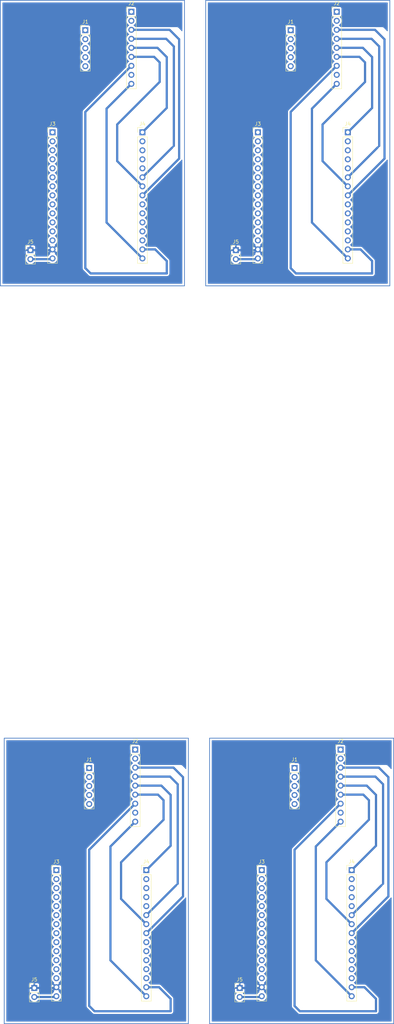
<source format=kicad_pcb>
(kicad_pcb (version 20241229) (generator "pcbnew") (generator_version "9.0")
  (layers (0 "F.Cu" signal) (2 "B.Cu" signal) (13 "F.Paste" user) (15 "B.Paste" user) (5 "F.SilkS" user "F.Silkscreen") (7 "B.SilkS" user "B.Silkscreen") (1 "F.Mask" user) (3 "B.Mask" user) (25 "Edge.Cuts" user))
  (net 0 "")
  (net 6 "Net-(J2-Pin_6)")
  (net 9 "Net-(J2-Pin_7)")
  (net 10 "Net-(J2-Pin_3)")
  (net 12 "Net-(J2-Pin_4)")
  (net 13 "Net-(J2-Pin_9)")
  (net 15 "GND")
  (net 17 "Net-(J3-Pin_15)")
  (net 38 "Net-(J2-Pin_5)")
  (footprint "Connector_PinHeader_2.54mm:PinHeader_1x09_P2.54mm_Vertical" (layer "F.Cu") (at 63.37 262.735)
    (property "Reference" "J2" (at 0 -2.38 0) (layer "F.SilkS"))
    (property "Value" "Conn_01x09_Socket" (hide yes))
    (fp_line (start -1.38 -1.38) (end 0 -1.38) (stroke (width 0.12)) (layer "F.SilkS") (net 1562677833))
    (fp_line (start -1.38 0) (end -1.38 -1.38) (stroke (width 0.12)) (layer "F.SilkS") (net 1562677833))
    (fp_line (start -1.38 1.27) (end -1.38 21.7) (stroke (width 0.12)) (layer "F.SilkS") (net 1562677833))
    (fp_line (start -1.38 1.27) (end 1.38 1.27) (stroke (width 0.12)) (layer "F.SilkS") (net 1562677833))
    (fp_line (start -1.38 21.7) (end 1.38 21.7) (stroke (width 0.12)) (layer "F.SilkS") (net 1562677833))
    (fp_line (start 1.38 1.27) (end 1.38 21.7) (stroke (width 0.12)) (layer "F.SilkS") (net 1562677833))
    (pad "1" thru_hole rect (at 0 0) (size 1.7 1.7) (drill 1) (layers "*.Cu" "*.Mask"))
    (pad "2" thru_hole circle (at 0 2.54) (size 1.7 1.7) (drill 1) (layers "*.Cu" "*.Mask"))
    (pad "3" thru_hole circle (at 0 5.08) (size 1.7 1.7) (drill 1) (layers "*.Cu" "*.Mask") (net 10 "Net-(J2-Pin_3)"))
    (pad "4" thru_hole circle (at 0 7.62) (size 1.7 1.7) (drill 1) (layers "*.Cu" "*.Mask") (net 12 "Net-(J2-Pin_4)"))
    (pad "5" thru_hole circle (at 0 10.16) (size 1.7 1.7) (drill 1) (layers "*.Cu" "*.Mask") (net 38 "Net-(J2-Pin_5)"))
    (pad "6" thru_hole circle (at 0 12.7) (size 1.7 1.7) (drill 1) (layers "*.Cu" "*.Mask") (net 6 "Net-(J2-Pin_6)"))
    (pad "7" thru_hole circle (at 0 15.24) (size 1.7 1.7) (drill 1) (layers "*.Cu" "*.Mask") (net 9 "Net-(J2-Pin_7)"))
    (pad "8" thru_hole circle (at 0 17.78) (size 1.7 1.7) (drill 1) (layers "*.Cu" "*.Mask"))
    (pad "9" thru_hole circle (at 0 20.32) (size 1.7 1.7) (drill 1) (layers "*.Cu" "*.Mask") (net 13 "Net-(J2-Pin_9)"))
  )
  (footprint "Connector_PinHeader_2.54mm:PinHeader_1x05_P2.54mm_Vertical" (layer "F.Cu") (at 107.275 59.885)
    (property "Reference" "J1" (at 0 -2.38 0) (layer "F.SilkS"))
    (property "Value" "Conn_01x05_Socket")
    (fp_line (start -1.38 -1.38) (end 0 -1.38) (stroke (width 0.12)) (layer "F.SilkS"))
    (fp_line (start -1.38 0) (end -1.38 -1.38) (stroke (width 0.12)) (layer "F.SilkS"))
    (fp_line (start -1.38 1.27) (end -1.38 11.54) (stroke (width 0.12)) (layer "F.SilkS"))
    (fp_line (start -1.38 1.27) (end 1.38 1.27) (stroke (width 0.12)) (layer "F.SilkS"))
    (fp_line (start -1.38 11.54) (end 1.38 11.54) (stroke (width 0.12)) (layer "F.SilkS"))
    (fp_line (start 1.38 1.27) (end 1.38 11.54) (stroke (width 0.12)) (layer "F.SilkS"))
    (pad "1" thru_hole rect (at 0 0) (size 1.7 1.7) (drill 1) (layers "*.Cu" "*.Mask"))
    (pad "2" thru_hole circle (at 0 2.54) (size 1.7 1.7) (drill 1) (layers "*.Cu" "*.Mask"))
    (pad "3" thru_hole circle (at 0 5.08) (size 1.7 1.7) (drill 1) (layers "*.Cu" "*.Mask"))
    (pad "4" thru_hole circle (at 0 7.62) (size 1.7 1.7) (drill 1) (layers "*.Cu" "*.Mask"))
    (pad "5" thru_hole circle (at 0 10.16) (size 1.7 1.7) (drill 1) (layers "*.Cu" "*.Mask"))
  )
  (footprint "Connector_PinHeader_2.54mm:PinHeader_1x05_P2.54mm_Vertical" (layer "F.Cu") (at 49.275 59.885)
    (property "Reference" "J1" (at 0 -2.38 0) (layer "F.SilkS"))
    (property "Value" "Conn_01x05_Socket")
    (fp_line (start -1.38 -1.38) (end 0 -1.38) (stroke (width 0.12)) (layer "F.SilkS"))
    (fp_line (start -1.38 0) (end -1.38 -1.38) (stroke (width 0.12)) (layer "F.SilkS"))
    (fp_line (start -1.38 1.27) (end -1.38 11.54) (stroke (width 0.12)) (layer "F.SilkS"))
    (fp_line (start -1.38 1.27) (end 1.38 1.27) (stroke (width 0.12)) (layer "F.SilkS"))
    (fp_line (start -1.38 11.54) (end 1.38 11.54) (stroke (width 0.12)) (layer "F.SilkS"))
    (fp_line (start 1.38 1.27) (end 1.38 11.54) (stroke (width 0.12)) (layer "F.SilkS"))
    (pad "1" thru_hole rect (at 0 0) (size 1.7 1.7) (drill 1) (layers "*.Cu" "*.Mask"))
    (pad "2" thru_hole circle (at 0 2.54) (size 1.7 1.7) (drill 1) (layers "*.Cu" "*.Mask"))
    (pad "3" thru_hole circle (at 0 5.08) (size 1.7 1.7) (drill 1) (layers "*.Cu" "*.Mask"))
    (pad "4" thru_hole circle (at 0 7.62) (size 1.7 1.7) (drill 1) (layers "*.Cu" "*.Mask"))
    (pad "5" thru_hole circle (at 0 10.16) (size 1.7 1.7) (drill 1) (layers "*.Cu" "*.Mask"))
  )
  (footprint "Connector_PinHeader_2.54mm:PinHeader_1x15_P2.54mm_Vertical" (layer "F.Cu") (at 65.405 88.68)
    (property "Reference" "J4" (at 0 -2.38 0) (layer "F.SilkS"))
    (property "Value" "Conn_01x15_Socket")
    (fp_line (start -1.38 -1.38) (end 0 -1.38) (stroke (width 0.12)) (layer "F.SilkS"))
    (fp_line (start -1.38 0) (end -1.38 -1.38) (stroke (width 0.12)) (layer "F.SilkS"))
    (fp_line (start -1.38 1.27) (end -1.38 36.94) (stroke (width 0.12)) (layer "F.SilkS"))
    (fp_line (start -1.38 1.27) (end 1.38 1.27) (stroke (width 0.12)) (layer "F.SilkS"))
    (fp_line (start -1.38 36.94) (end 1.38 36.94) (stroke (width 0.12)) (layer "F.SilkS"))
    (fp_line (start 1.38 1.27) (end 1.38 36.94) (stroke (width 0.12)) (layer "F.SilkS"))
    (pad "1" thru_hole rect (at 0 0) (size 1.7 1.7) (drill 1) (layers "*.Cu" "*.Mask") (net 38 "Net-(J2-Pin_5)"))
    (pad "2" thru_hole circle (at 0 2.54) (size 1.7 1.7) (drill 1) (layers "*.Cu" "*.Mask"))
    (pad "3" thru_hole circle (at 0 5.08) (size 1.7 1.7) (drill 1) (layers "*.Cu" "*.Mask"))
    (pad "4" thru_hole circle (at 0 7.62) (size 1.7 1.7) (drill 1) (layers "*.Cu" "*.Mask"))
    (pad "5" thru_hole circle (at 0 10.16) (size 1.7 1.7) (drill 1) (layers "*.Cu" "*.Mask"))
    (pad "6" thru_hole circle (at 0 12.7) (size 1.7 1.7) (drill 1) (layers "*.Cu" "*.Mask") (net 12 "Net-(J2-Pin_4)"))
    (pad "7" thru_hole circle (at 0 15.24) (size 1.7 1.7) (drill 1) (layers "*.Cu" "*.Mask") (net 6 "Net-(J2-Pin_6)"))
    (pad "8" thru_hole circle (at 0 17.78) (size 1.7 1.7) (drill 1) (layers "*.Cu" "*.Mask") (net 10 "Net-(J2-Pin_3)"))
    (pad "9" thru_hole circle (at 0 20.32) (size 1.7 1.7) (drill 1) (layers "*.Cu" "*.Mask"))
    (pad "10" thru_hole circle (at 0 22.86) (size 1.7 1.7) (drill 1) (layers "*.Cu" "*.Mask"))
    (pad "11" thru_hole circle (at 0 25.4) (size 1.7 1.7) (drill 1) (layers "*.Cu" "*.Mask"))
    (pad "12" thru_hole circle (at 0 27.94) (size 1.7 1.7) (drill 1) (layers "*.Cu" "*.Mask"))
    (pad "13" thru_hole circle (at 0 30.48) (size 1.7 1.7) (drill 1) (layers "*.Cu" "*.Mask"))
    (pad "14" thru_hole circle (at 0 33.02) (size 1.7 1.7) (drill 1) (layers "*.Cu" "*.Mask") (net 9 "Net-(J2-Pin_7)"))
    (pad "15" thru_hole circle (at 0 35.56) (size 1.7 1.7) (drill 1) (layers "*.Cu" "*.Mask") (net 13 "Net-(J2-Pin_9)"))
  )
  (footprint "Connector_PinHeader_2.54mm:PinHeader_1x05_P2.54mm_Vertical" (layer "F.Cu") (at 108.37 267.925)
    (property "Reference" "J1" (at 0 -2.38 0) (layer "F.SilkS"))
    (property "Value" "Conn_01x05_Socket")
    (fp_line (start -1.38 -1.38) (end 0 -1.38) (stroke (width 0.12)) (layer "F.SilkS") (net 1562677833))
    (fp_line (start -1.38 0) (end -1.38 -1.38) (stroke (width 0.12)) (layer "F.SilkS") (net 1562677833))
    (fp_line (start -1.38 1.27) (end -1.38 11.54) (stroke (width 0.12)) (layer "F.SilkS") (net 1562677833))
    (fp_line (start -1.38 1.27) (end 1.38 1.27) (stroke (width 0.12)) (layer "F.SilkS") (net 1562677833))
    (fp_line (start -1.38 11.54) (end 1.38 11.54) (stroke (width 0.12)) (layer "F.SilkS") (net 1562677833))
    (fp_line (start 1.38 1.27) (end 1.38 11.54) (stroke (width 0.12)) (layer "F.SilkS") (net 1562677833))
    (pad "1" thru_hole rect (at 0 0) (size 1.7 1.7) (drill 1) (layers "*.Cu" "*.Mask"))
    (pad "2" thru_hole circle (at 0 2.54) (size 1.7 1.7) (drill 1) (layers "*.Cu" "*.Mask"))
    (pad "3" thru_hole circle (at 0 5.08) (size 1.7 1.7) (drill 1) (layers "*.Cu" "*.Mask"))
    (pad "4" thru_hole circle (at 0 7.62) (size 1.7 1.7) (drill 1) (layers "*.Cu" "*.Mask"))
    (pad "5" thru_hole circle (at 0 10.16) (size 1.7 1.7) (drill 1) (layers "*.Cu" "*.Mask"))
  )
  (footprint "Connector_PinHeader_2.54mm:PinHeader_1x15_P2.54mm_Vertical" (layer "F.Cu") (at 41.1 296.72)
    (property "Reference" "J3" (at 0 -2.38 0) (layer "F.SilkS"))
    (property "Value" "Conn_01x15_Socket")
    (fp_line (start -1.38 -1.38) (end 0 -1.38) (stroke (width 0.12)) (layer "F.SilkS") (net 1562677833))
    (fp_line (start -1.38 0) (end -1.38 -1.38) (stroke (width 0.12)) (layer "F.SilkS") (net 1562677833))
    (fp_line (start -1.38 1.27) (end -1.38 36.94) (stroke (width 0.12)) (layer "F.SilkS") (net 1562677833))
    (fp_line (start -1.38 1.27) (end 1.38 1.27) (stroke (width 0.12)) (layer "F.SilkS") (net 1562677833))
    (fp_line (start -1.38 36.94) (end 1.38 36.94) (stroke (width 0.12)) (layer "F.SilkS") (net 1562677833))
    (fp_line (start 1.38 1.27) (end 1.38 36.94) (stroke (width 0.12)) (layer "F.SilkS") (net 1562677833))
    (pad "1" thru_hole rect (at 0 0) (size 1.7 1.7) (drill 1) (layers "*.Cu" "*.Mask"))
    (pad "2" thru_hole circle (at 0 2.54) (size 1.7 1.7) (drill 1) (layers "*.Cu" "*.Mask"))
    (pad "3" thru_hole circle (at 0 5.08) (size 1.7 1.7) (drill 1) (layers "*.Cu" "*.Mask"))
    (pad "4" thru_hole circle (at 0 7.62) (size 1.7 1.7) (drill 1) (layers "*.Cu" "*.Mask"))
    (pad "5" thru_hole circle (at 0 10.16) (size 1.7 1.7) (drill 1) (layers "*.Cu" "*.Mask"))
    (pad "6" thru_hole circle (at 0 12.7) (size 1.7 1.7) (drill 1) (layers "*.Cu" "*.Mask"))
    (pad "7" thru_hole circle (at 0 15.24) (size 1.7 1.7) (drill 1) (layers "*.Cu" "*.Mask"))
    (pad "8" thru_hole circle (at 0 17.78) (size 1.7 1.7) (drill 1) (layers "*.Cu" "*.Mask"))
    (pad "9" thru_hole circle (at 0 20.32) (size 1.7 1.7) (drill 1) (layers "*.Cu" "*.Mask"))
    (pad "10" thru_hole circle (at 0 22.86) (size 1.7 1.7) (drill 1) (layers "*.Cu" "*.Mask"))
    (pad "11" thru_hole circle (at 0 25.4) (size 1.7 1.7) (drill 1) (layers "*.Cu" "*.Mask"))
    (pad "12" thru_hole circle (at 0 27.94) (size 1.7 1.7) (drill 1) (layers "*.Cu" "*.Mask"))
    (pad "13" thru_hole circle (at 0 30.48) (size 1.7 1.7) (drill 1) (layers "*.Cu" "*.Mask"))
    (pad "14" thru_hole circle (at 0 33.02) (size 1.7 1.7) (drill 1) (layers "*.Cu" "*.Mask") (net 15 "GND"))
    (pad "15" thru_hole circle (at 0 35.56) (size 1.7 1.7) (drill 1) (layers "*.Cu" "*.Mask") (net 17 "Net-(J3-Pin_15)"))
  )
  (footprint "Connector_PinHeader_2.54mm:PinHeader_1x09_P2.54mm_Vertical" (layer "F.Cu") (at 121.37 262.735)
    (property "Reference" "J2" (at 0 -2.38 0) (layer "F.SilkS"))
    (property "Value" "Conn_01x09_Socket" (hide yes))
    (fp_line (start -1.38 -1.38) (end 0 -1.38) (stroke (width 0.12)) (layer "F.SilkS") (net 1562677833))
    (fp_line (start -1.38 0) (end -1.38 -1.38) (stroke (width 0.12)) (layer "F.SilkS") (net 1562677833))
    (fp_line (start -1.38 1.27) (end -1.38 21.7) (stroke (width 0.12)) (layer "F.SilkS") (net 1562677833))
    (fp_line (start -1.38 1.27) (end 1.38 1.27) (stroke (width 0.12)) (layer "F.SilkS") (net 1562677833))
    (fp_line (start -1.38 21.7) (end 1.38 21.7) (stroke (width 0.12)) (layer "F.SilkS") (net 1562677833))
    (fp_line (start 1.38 1.27) (end 1.38 21.7) (stroke (width 0.12)) (layer "F.SilkS") (net 1562677833))
    (pad "1" thru_hole rect (at 0 0) (size 1.7 1.7) (drill 1) (layers "*.Cu" "*.Mask"))
    (pad "2" thru_hole circle (at 0 2.54) (size 1.7 1.7) (drill 1) (layers "*.Cu" "*.Mask"))
    (pad "3" thru_hole circle (at 0 5.08) (size 1.7 1.7) (drill 1) (layers "*.Cu" "*.Mask") (net 10 "Net-(J2-Pin_3)"))
    (pad "4" thru_hole circle (at 0 7.62) (size 1.7 1.7) (drill 1) (layers "*.Cu" "*.Mask") (net 12 "Net-(J2-Pin_4)"))
    (pad "5" thru_hole circle (at 0 10.16) (size 1.7 1.7) (drill 1) (layers "*.Cu" "*.Mask") (net 38 "Net-(J2-Pin_5)"))
    (pad "6" thru_hole circle (at 0 12.7) (size 1.7 1.7) (drill 1) (layers "*.Cu" "*.Mask") (net 6 "Net-(J2-Pin_6)"))
    (pad "7" thru_hole circle (at 0 15.24) (size 1.7 1.7) (drill 1) (layers "*.Cu" "*.Mask") (net 9 "Net-(J2-Pin_7)"))
    (pad "8" thru_hole circle (at 0 17.78) (size 1.7 1.7) (drill 1) (layers "*.Cu" "*.Mask"))
    (pad "9" thru_hole circle (at 0 20.32) (size 1.7 1.7) (drill 1) (layers "*.Cu" "*.Mask") (net 13 "Net-(J2-Pin_9)"))
  )
  (footprint "Connector_PinHeader_2.54mm:PinHeader_1x15_P2.54mm_Vertical" (layer "F.Cu") (at 66.5 296.72)
    (property "Reference" "J4" (at 0 -2.38 0) (layer "F.SilkS"))
    (property "Value" "Conn_01x15_Socket")
    (fp_line (start -1.38 -1.38) (end 0 -1.38) (stroke (width 0.12)) (layer "F.SilkS") (net 1562677833))
    (fp_line (start -1.38 0) (end -1.38 -1.38) (stroke (width 0.12)) (layer "F.SilkS") (net 1562677833))
    (fp_line (start -1.38 1.27) (end -1.38 36.94) (stroke (width 0.12)) (layer "F.SilkS") (net 1562677833))
    (fp_line (start -1.38 1.27) (end 1.38 1.27) (stroke (width 0.12)) (layer "F.SilkS") (net 1562677833))
    (fp_line (start -1.38 36.94) (end 1.38 36.94) (stroke (width 0.12)) (layer "F.SilkS") (net 1562677833))
    (fp_line (start 1.38 1.27) (end 1.38 36.94) (stroke (width 0.12)) (layer "F.SilkS") (net 1562677833))
    (pad "1" thru_hole rect (at 0 0) (size 1.7 1.7) (drill 1) (layers "*.Cu" "*.Mask") (net 38 "Net-(J2-Pin_5)"))
    (pad "2" thru_hole circle (at 0 2.54) (size 1.7 1.7) (drill 1) (layers "*.Cu" "*.Mask"))
    (pad "3" thru_hole circle (at 0 5.08) (size 1.7 1.7) (drill 1) (layers "*.Cu" "*.Mask"))
    (pad "4" thru_hole circle (at 0 7.62) (size 1.7 1.7) (drill 1) (layers "*.Cu" "*.Mask"))
    (pad "5" thru_hole circle (at 0 10.16) (size 1.7 1.7) (drill 1) (layers "*.Cu" "*.Mask"))
    (pad "6" thru_hole circle (at 0 12.7) (size 1.7 1.7) (drill 1) (layers "*.Cu" "*.Mask") (net 12 "Net-(J2-Pin_4)"))
    (pad "7" thru_hole circle (at 0 15.24) (size 1.7 1.7) (drill 1) (layers "*.Cu" "*.Mask") (net 6 "Net-(J2-Pin_6)"))
    (pad "8" thru_hole circle (at 0 17.78) (size 1.7 1.7) (drill 1) (layers "*.Cu" "*.Mask") (net 10 "Net-(J2-Pin_3)"))
    (pad "9" thru_hole circle (at 0 20.32) (size 1.7 1.7) (drill 1) (layers "*.Cu" "*.Mask"))
    (pad "10" thru_hole circle (at 0 22.86) (size 1.7 1.7) (drill 1) (layers "*.Cu" "*.Mask"))
    (pad "11" thru_hole circle (at 0 25.4) (size 1.7 1.7) (drill 1) (layers "*.Cu" "*.Mask"))
    (pad "12" thru_hole circle (at 0 27.94) (size 1.7 1.7) (drill 1) (layers "*.Cu" "*.Mask"))
    (pad "13" thru_hole circle (at 0 30.48) (size 1.7 1.7) (drill 1) (layers "*.Cu" "*.Mask"))
    (pad "14" thru_hole circle (at 0 33.02) (size 1.7 1.7) (drill 1) (layers "*.Cu" "*.Mask") (net 9 "Net-(J2-Pin_7)"))
    (pad "15" thru_hole circle (at 0 35.56) (size 1.7 1.7) (drill 1) (layers "*.Cu" "*.Mask") (net 13 "Net-(J2-Pin_9)"))
  )
  (footprint "Connector_PinHeader_2.54mm:PinHeader_1x02_P2.54mm_Vertical" (layer "F.Cu") (at 34.87 329.96)
    (property "Reference" "J5" (at 0 -2.38 0) (layer "F.SilkS"))
    (property "Value" "Conn_01x02_Pin")
    (fp_line (start -1.38 -1.38) (end 0 -1.38) (stroke (width 0.12)) (layer "F.SilkS") (net 1562677833))
    (fp_line (start -1.38 0) (end -1.38 -1.38) (stroke (width 0.12)) (layer "F.SilkS") (net 1562677833))
    (fp_line (start -1.38 1.27) (end -1.38 3.92) (stroke (width 0.12)) (layer "F.SilkS") (net 1562677833))
    (fp_line (start -1.38 1.27) (end 1.38 1.27) (stroke (width 0.12)) (layer "F.SilkS") (net 1562677833))
    (fp_line (start -1.38 3.92) (end 1.38 3.92) (stroke (width 0.12)) (layer "F.SilkS") (net 1562677833))
    (fp_line (start 1.38 1.27) (end 1.38 3.92) (stroke (width 0.12)) (layer "F.SilkS") (net 1562677833))
    (pad "1" thru_hole rect (at 0 0) (size 1.7 1.7) (drill 1) (layers "*.Cu" "*.Mask") (net 15 "GND"))
    (pad "2" thru_hole circle (at 0 2.54) (size 1.7 1.7) (drill 1) (layers "*.Cu" "*.Mask") (net 17 "Net-(J3-Pin_15)"))
  )
  (footprint "Connector_PinHeader_2.54mm:PinHeader_1x09_P2.54mm_Vertical" (layer "F.Cu") (at 62.275 54.695)
    (property "Reference" "J2" (at 0 -2.38 0) (layer "F.SilkS"))
    (property "Value" "Conn_01x09_Socket" (hide yes))
    (fp_line (start -1.38 -1.38) (end 0 -1.38) (stroke (width 0.12)) (layer "F.SilkS"))
    (fp_line (start -1.38 0) (end -1.38 -1.38) (stroke (width 0.12)) (layer "F.SilkS"))
    (fp_line (start -1.38 1.27) (end -1.38 21.7) (stroke (width 0.12)) (layer "F.SilkS"))
    (fp_line (start -1.38 1.27) (end 1.38 1.27) (stroke (width 0.12)) (layer "F.SilkS"))
    (fp_line (start -1.38 21.7) (end 1.38 21.7) (stroke (width 0.12)) (layer "F.SilkS"))
    (fp_line (start 1.38 1.27) (end 1.38 21.7) (stroke (width 0.12)) (layer "F.SilkS"))
    (pad "1" thru_hole rect (at 0 0) (size 1.7 1.7) (drill 1) (layers "*.Cu" "*.Mask"))
    (pad "2" thru_hole circle (at 0 2.54) (size 1.7 1.7) (drill 1) (layers "*.Cu" "*.Mask"))
    (pad "3" thru_hole circle (at 0 5.08) (size 1.7 1.7) (drill 1) (layers "*.Cu" "*.Mask") (net 10 "Net-(J2-Pin_3)"))
    (pad "4" thru_hole circle (at 0 7.62) (size 1.7 1.7) (drill 1) (layers "*.Cu" "*.Mask") (net 12 "Net-(J2-Pin_4)"))
    (pad "5" thru_hole circle (at 0 10.16) (size 1.7 1.7) (drill 1) (layers "*.Cu" "*.Mask") (net 38 "Net-(J2-Pin_5)"))
    (pad "6" thru_hole circle (at 0 12.7) (size 1.7 1.7) (drill 1) (layers "*.Cu" "*.Mask") (net 6 "Net-(J2-Pin_6)"))
    (pad "7" thru_hole circle (at 0 15.24) (size 1.7 1.7) (drill 1) (layers "*.Cu" "*.Mask") (net 9 "Net-(J2-Pin_7)"))
    (pad "8" thru_hole circle (at 0 17.78) (size 1.7 1.7) (drill 1) (layers "*.Cu" "*.Mask"))
    (pad "9" thru_hole circle (at 0 20.32) (size 1.7 1.7) (drill 1) (layers "*.Cu" "*.Mask") (net 13 "Net-(J2-Pin_9)"))
  )
  (footprint "Connector_PinHeader_2.54mm:PinHeader_1x15_P2.54mm_Vertical" (layer "F.Cu") (at 40.005 88.68)
    (property "Reference" "J3" (at 0 -2.38 0) (layer "F.SilkS"))
    (property "Value" "Conn_01x15_Socket")
    (fp_line (start -1.38 -1.38) (end 0 -1.38) (stroke (width 0.12)) (layer "F.SilkS"))
    (fp_line (start -1.38 0) (end -1.38 -1.38) (stroke (width 0.12)) (layer "F.SilkS"))
    (fp_line (start -1.38 1.27) (end -1.38 36.94) (stroke (width 0.12)) (layer "F.SilkS"))
    (fp_line (start -1.38 1.27) (end 1.38 1.27) (stroke (width 0.12)) (layer "F.SilkS"))
    (fp_line (start -1.38 36.94) (end 1.38 36.94) (stroke (width 0.12)) (layer "F.SilkS"))
    (fp_line (start 1.38 1.27) (end 1.38 36.94) (stroke (width 0.12)) (layer "F.SilkS"))
    (pad "1" thru_hole rect (at 0 0) (size 1.7 1.7) (drill 1) (layers "*.Cu" "*.Mask"))
    (pad "2" thru_hole circle (at 0 2.54) (size 1.7 1.7) (drill 1) (layers "*.Cu" "*.Mask"))
    (pad "3" thru_hole circle (at 0 5.08) (size 1.7 1.7) (drill 1) (layers "*.Cu" "*.Mask"))
    (pad "4" thru_hole circle (at 0 7.62) (size 1.7 1.7) (drill 1) (layers "*.Cu" "*.Mask"))
    (pad "5" thru_hole circle (at 0 10.16) (size 1.7 1.7) (drill 1) (layers "*.Cu" "*.Mask"))
    (pad "6" thru_hole circle (at 0 12.7) (size 1.7 1.7) (drill 1) (layers "*.Cu" "*.Mask"))
    (pad "7" thru_hole circle (at 0 15.24) (size 1.7 1.7) (drill 1) (layers "*.Cu" "*.Mask"))
    (pad "8" thru_hole circle (at 0 17.78) (size 1.7 1.7) (drill 1) (layers "*.Cu" "*.Mask"))
    (pad "9" thru_hole circle (at 0 20.32) (size 1.7 1.7) (drill 1) (layers "*.Cu" "*.Mask"))
    (pad "10" thru_hole circle (at 0 22.86) (size 1.7 1.7) (drill 1) (layers "*.Cu" "*.Mask"))
    (pad "11" thru_hole circle (at 0 25.4) (size 1.7 1.7) (drill 1) (layers "*.Cu" "*.Mask"))
    (pad "12" thru_hole circle (at 0 27.94) (size 1.7 1.7) (drill 1) (layers "*.Cu" "*.Mask"))
    (pad "13" thru_hole circle (at 0 30.48) (size 1.7 1.7) (drill 1) (layers "*.Cu" "*.Mask"))
    (pad "14" thru_hole circle (at 0 33.02) (size 1.7 1.7) (drill 1) (layers "*.Cu" "*.Mask") (net 15 "GND"))
    (pad "15" thru_hole circle (at 0 35.56) (size 1.7 1.7) (drill 1) (layers "*.Cu" "*.Mask") (net 17 "Net-(J3-Pin_15)"))
  )
  (footprint "Connector_PinHeader_2.54mm:PinHeader_1x15_P2.54mm_Vertical" (layer "F.Cu") (at 123.405 88.68)
    (property "Reference" "J4" (at 0 -2.38 0) (layer "F.SilkS"))
    (property "Value" "Conn_01x15_Socket")
    (fp_line (start -1.38 -1.38) (end 0 -1.38) (stroke (width 0.12)) (layer "F.SilkS"))
    (fp_line (start -1.38 0) (end -1.38 -1.38) (stroke (width 0.12)) (layer "F.SilkS"))
    (fp_line (start -1.38 1.27) (end -1.38 36.94) (stroke (width 0.12)) (layer "F.SilkS"))
    (fp_line (start -1.38 1.27) (end 1.38 1.27) (stroke (width 0.12)) (layer "F.SilkS"))
    (fp_line (start -1.38 36.94) (end 1.38 36.94) (stroke (width 0.12)) (layer "F.SilkS"))
    (fp_line (start 1.38 1.27) (end 1.38 36.94) (stroke (width 0.12)) (layer "F.SilkS"))
    (pad "1" thru_hole rect (at 0 0) (size 1.7 1.7) (drill 1) (layers "*.Cu" "*.Mask") (net 38 "Net-(J2-Pin_5)"))
    (pad "2" thru_hole circle (at 0 2.54) (size 1.7 1.7) (drill 1) (layers "*.Cu" "*.Mask"))
    (pad "3" thru_hole circle (at 0 5.08) (size 1.7 1.7) (drill 1) (layers "*.Cu" "*.Mask"))
    (pad "4" thru_hole circle (at 0 7.62) (size 1.7 1.7) (drill 1) (layers "*.Cu" "*.Mask"))
    (pad "5" thru_hole circle (at 0 10.16) (size 1.7 1.7) (drill 1) (layers "*.Cu" "*.Mask"))
    (pad "6" thru_hole circle (at 0 12.7) (size 1.7 1.7) (drill 1) (layers "*.Cu" "*.Mask") (net 12 "Net-(J2-Pin_4)"))
    (pad "7" thru_hole circle (at 0 15.24) (size 1.7 1.7) (drill 1) (layers "*.Cu" "*.Mask") (net 6 "Net-(J2-Pin_6)"))
    (pad "8" thru_hole circle (at 0 17.78) (size 1.7 1.7) (drill 1) (layers "*.Cu" "*.Mask") (net 10 "Net-(J2-Pin_3)"))
    (pad "9" thru_hole circle (at 0 20.32) (size 1.7 1.7) (drill 1) (layers "*.Cu" "*.Mask"))
    (pad "10" thru_hole circle (at 0 22.86) (size 1.7 1.7) (drill 1) (layers "*.Cu" "*.Mask"))
    (pad "11" thru_hole circle (at 0 25.4) (size 1.7 1.7) (drill 1) (layers "*.Cu" "*.Mask"))
    (pad "12" thru_hole circle (at 0 27.94) (size 1.7 1.7) (drill 1) (layers "*.Cu" "*.Mask"))
    (pad "13" thru_hole circle (at 0 30.48) (size 1.7 1.7) (drill 1) (layers "*.Cu" "*.Mask"))
    (pad "14" thru_hole circle (at 0 33.02) (size 1.7 1.7) (drill 1) (layers "*.Cu" "*.Mask") (net 9 "Net-(J2-Pin_7)"))
    (pad "15" thru_hole circle (at 0 35.56) (size 1.7 1.7) (drill 1) (layers "*.Cu" "*.Mask") (net 13 "Net-(J2-Pin_9)"))
  )
  (footprint "Connector_PinHeader_2.54mm:PinHeader_1x02_P2.54mm_Vertical" (layer "F.Cu") (at 33.775 121.92)
    (property "Reference" "J5" (at 0 -2.38 0) (layer "F.SilkS"))
    (property "Value" "Conn_01x02_Pin")
    (fp_line (start -1.38 -1.38) (end 0 -1.38) (stroke (width 0.12)) (layer "F.SilkS"))
    (fp_line (start -1.38 0) (end -1.38 -1.38) (stroke (width 0.12)) (layer "F.SilkS"))
    (fp_line (start -1.38 1.27) (end -1.38 3.92) (stroke (width 0.12)) (layer "F.SilkS"))
    (fp_line (start -1.38 1.27) (end 1.38 1.27) (stroke (width 0.12)) (layer "F.SilkS"))
    (fp_line (start -1.38 3.92) (end 1.38 3.92) (stroke (width 0.12)) (layer "F.SilkS"))
    (fp_line (start 1.38 1.27) (end 1.38 3.92) (stroke (width 0.12)) (layer "F.SilkS"))
    (pad "1" thru_hole rect (at 0 0) (size 1.7 1.7) (drill 1) (layers "*.Cu" "*.Mask") (net 15 "GND"))
    (pad "2" thru_hole circle (at 0 2.54) (size 1.7 1.7) (drill 1) (layers "*.Cu" "*.Mask") (net 17 "Net-(J3-Pin_15)"))
  )
  (footprint "Connector_PinHeader_2.54mm:PinHeader_1x02_P2.54mm_Vertical" (layer "F.Cu") (at 91.775 121.92)
    (property "Reference" "J5" (at 0 -2.38 0) (layer "F.SilkS"))
    (property "Value" "Conn_01x02_Pin")
    (fp_line (start -1.38 -1.38) (end 0 -1.38) (stroke (width 0.12)) (layer "F.SilkS"))
    (fp_line (start -1.38 0) (end -1.38 -1.38) (stroke (width 0.12)) (layer "F.SilkS"))
    (fp_line (start -1.38 1.27) (end -1.38 3.92) (stroke (width 0.12)) (layer "F.SilkS"))
    (fp_line (start -1.38 1.27) (end 1.38 1.27) (stroke (width 0.12)) (layer "F.SilkS"))
    (fp_line (start -1.38 3.92) (end 1.38 3.92) (stroke (width 0.12)) (layer "F.SilkS"))
    (fp_line (start 1.38 1.27) (end 1.38 3.92) (stroke (width 0.12)) (layer "F.SilkS"))
    (pad "1" thru_hole rect (at 0 0) (size 1.7 1.7) (drill 1) (layers "*.Cu" "*.Mask") (net 15 "GND"))
    (pad "2" thru_hole circle (at 0 2.54) (size 1.7 1.7) (drill 1) (layers "*.Cu" "*.Mask") (net 17 "Net-(J3-Pin_15)"))
  )
  (footprint "Connector_PinHeader_2.54mm:PinHeader_1x02_P2.54mm_Vertical" (layer "F.Cu") (at 92.87 329.96)
    (property "Reference" "J5" (at 0 -2.38 0) (layer "F.SilkS"))
    (property "Value" "Conn_01x02_Pin")
    (fp_line (start -1.38 -1.38) (end 0 -1.38) (stroke (width 0.12)) (layer "F.SilkS") (net 1562677833))
    (fp_line (start -1.38 0) (end -1.38 -1.38) (stroke (width 0.12)) (layer "F.SilkS") (net 1562677833))
    (fp_line (start -1.38 1.27) (end -1.38 3.92) (stroke (width 0.12)) (layer "F.SilkS") (net 1562677833))
    (fp_line (start -1.38 1.27) (end 1.38 1.27) (stroke (width 0.12)) (layer "F.SilkS") (net 1562677833))
    (fp_line (start -1.38 3.92) (end 1.38 3.92) (stroke (width 0.12)) (layer "F.SilkS") (net 1562677833))
    (fp_line (start 1.38 1.27) (end 1.38 3.92) (stroke (width 0.12)) (layer "F.SilkS") (net 1562677833))
    (pad "1" thru_hole rect (at 0 0) (size 1.7 1.7) (drill 1) (layers "*.Cu" "*.Mask") (net 15 "GND"))
    (pad "2" thru_hole circle (at 0 2.54) (size 1.7 1.7) (drill 1) (layers "*.Cu" "*.Mask") (net 17 "Net-(J3-Pin_15)"))
  )
  (footprint "Connector_PinHeader_2.54mm:PinHeader_1x09_P2.54mm_Vertical" (layer "F.Cu") (at 120.275 54.695)
    (property "Reference" "J2" (at 0 -2.38 0) (layer "F.SilkS"))
    (property "Value" "Conn_01x09_Socket" (hide yes))
    (fp_line (start -1.38 -1.38) (end 0 -1.38) (stroke (width 0.12)) (layer "F.SilkS"))
    (fp_line (start -1.38 0) (end -1.38 -1.38) (stroke (width 0.12)) (layer "F.SilkS"))
    (fp_line (start -1.38 1.27) (end -1.38 21.7) (stroke (width 0.12)) (layer "F.SilkS"))
    (fp_line (start -1.38 1.27) (end 1.38 1.27) (stroke (width 0.12)) (layer "F.SilkS"))
    (fp_line (start -1.38 21.7) (end 1.38 21.7) (stroke (width 0.12)) (layer "F.SilkS"))
    (fp_line (start 1.38 1.27) (end 1.38 21.7) (stroke (width 0.12)) (layer "F.SilkS"))
    (pad "1" thru_hole rect (at 0 0) (size 1.7 1.7) (drill 1) (layers "*.Cu" "*.Mask"))
    (pad "2" thru_hole circle (at 0 2.54) (size 1.7 1.7) (drill 1) (layers "*.Cu" "*.Mask"))
    (pad "3" thru_hole circle (at 0 5.08) (size 1.7 1.7) (drill 1) (layers "*.Cu" "*.Mask") (net 10 "Net-(J2-Pin_3)"))
    (pad "4" thru_hole circle (at 0 7.62) (size 1.7 1.7) (drill 1) (layers "*.Cu" "*.Mask") (net 12 "Net-(J2-Pin_4)"))
    (pad "5" thru_hole circle (at 0 10.16) (size 1.7 1.7) (drill 1) (layers "*.Cu" "*.Mask") (net 38 "Net-(J2-Pin_5)"))
    (pad "6" thru_hole circle (at 0 12.7) (size 1.7 1.7) (drill 1) (layers "*.Cu" "*.Mask") (net 6 "Net-(J2-Pin_6)"))
    (pad "7" thru_hole circle (at 0 15.24) (size 1.7 1.7) (drill 1) (layers "*.Cu" "*.Mask") (net 9 "Net-(J2-Pin_7)"))
    (pad "8" thru_hole circle (at 0 17.78) (size 1.7 1.7) (drill 1) (layers "*.Cu" "*.Mask"))
    (pad "9" thru_hole circle (at 0 20.32) (size 1.7 1.7) (drill 1) (layers "*.Cu" "*.Mask") (net 13 "Net-(J2-Pin_9)"))
  )
  (footprint "Connector_PinHeader_2.54mm:PinHeader_1x05_P2.54mm_Vertical" (layer "F.Cu") (at 50.37 267.925)
    (property "Reference" "J1" (at 0 -2.38 0) (layer "F.SilkS"))
    (property "Value" "Conn_01x05_Socket")
    (fp_line (start -1.38 -1.38) (end 0 -1.38) (stroke (width 0.12)) (layer "F.SilkS") (net 1562677833))
    (fp_line (start -1.38 0) (end -1.38 -1.38) (stroke (width 0.12)) (layer "F.SilkS") (net 1562677833))
    (fp_line (start -1.38 1.27) (end -1.38 11.54) (stroke (width 0.12)) (layer "F.SilkS") (net 1562677833))
    (fp_line (start -1.38 1.27) (end 1.38 1.27) (stroke (width 0.12)) (layer "F.SilkS") (net 1562677833))
    (fp_line (start -1.38 11.54) (end 1.38 11.54) (stroke (width 0.12)) (layer "F.SilkS") (net 1562677833))
    (fp_line (start 1.38 1.27) (end 1.38 11.54) (stroke (width 0.12)) (layer "F.SilkS") (net 1562677833))
    (pad "1" thru_hole rect (at 0 0) (size 1.7 1.7) (drill 1) (layers "*.Cu" "*.Mask"))
    (pad "2" thru_hole circle (at 0 2.54) (size 1.7 1.7) (drill 1) (layers "*.Cu" "*.Mask"))
    (pad "3" thru_hole circle (at 0 5.08) (size 1.7 1.7) (drill 1) (layers "*.Cu" "*.Mask"))
    (pad "4" thru_hole circle (at 0 7.62) (size 1.7 1.7) (drill 1) (layers "*.Cu" "*.Mask"))
    (pad "5" thru_hole circle (at 0 10.16) (size 1.7 1.7) (drill 1) (layers "*.Cu" "*.Mask"))
  )
  (footprint "Connector_PinHeader_2.54mm:PinHeader_1x15_P2.54mm_Vertical" (layer "F.Cu") (at 98.005 88.68)
    (property "Reference" "J3" (at 0 -2.38 0) (layer "F.SilkS"))
    (property "Value" "Conn_01x15_Socket")
    (fp_line (start -1.38 -1.38) (end 0 -1.38) (stroke (width 0.12)) (layer "F.SilkS"))
    (fp_line (start -1.38 0) (end -1.38 -1.38) (stroke (width 0.12)) (layer "F.SilkS"))
    (fp_line (start -1.38 1.27) (end -1.38 36.94) (stroke (width 0.12)) (layer "F.SilkS"))
    (fp_line (start -1.38 1.27) (end 1.38 1.27) (stroke (width 0.12)) (layer "F.SilkS"))
    (fp_line (start -1.38 36.94) (end 1.38 36.94) (stroke (width 0.12)) (layer "F.SilkS"))
    (fp_line (start 1.38 1.27) (end 1.38 36.94) (stroke (width 0.12)) (layer "F.SilkS"))
    (pad "1" thru_hole rect (at 0 0) (size 1.7 1.7) (drill 1) (layers "*.Cu" "*.Mask"))
    (pad "2" thru_hole circle (at 0 2.54) (size 1.7 1.7) (drill 1) (layers "*.Cu" "*.Mask"))
    (pad "3" thru_hole circle (at 0 5.08) (size 1.7 1.7) (drill 1) (layers "*.Cu" "*.Mask"))
    (pad "4" thru_hole circle (at 0 7.62) (size 1.7 1.7) (drill 1) (layers "*.Cu" "*.Mask"))
    (pad "5" thru_hole circle (at 0 10.16) (size 1.7 1.7) (drill 1) (layers "*.Cu" "*.Mask"))
    (pad "6" thru_hole circle (at 0 12.7) (size 1.7 1.7) (drill 1) (layers "*.Cu" "*.Mask"))
    (pad "7" thru_hole circle (at 0 15.24) (size 1.7 1.7) (drill 1) (layers "*.Cu" "*.Mask"))
    (pad "8" thru_hole circle (at 0 17.78) (size 1.7 1.7) (drill 1) (layers "*.Cu" "*.Mask"))
    (pad "9" thru_hole circle (at 0 20.32) (size 1.7 1.7) (drill 1) (layers "*.Cu" "*.Mask"))
    (pad "10" thru_hole circle (at 0 22.86) (size 1.7 1.7) (drill 1) (layers "*.Cu" "*.Mask"))
    (pad "11" thru_hole circle (at 0 25.4) (size 1.7 1.7) (drill 1) (layers "*.Cu" "*.Mask"))
    (pad "12" thru_hole circle (at 0 27.94) (size 1.7 1.7) (drill 1) (layers "*.Cu" "*.Mask"))
    (pad "13" thru_hole circle (at 0 30.48) (size 1.7 1.7) (drill 1) (layers "*.Cu" "*.Mask"))
    (pad "14" thru_hole circle (at 0 33.02) (size 1.7 1.7) (drill 1) (layers "*.Cu" "*.Mask") (net 15 "GND"))
    (pad "15" thru_hole circle (at 0 35.56) (size 1.7 1.7) (drill 1) (layers "*.Cu" "*.Mask") (net 17 "Net-(J3-Pin_15)"))
  )
  (footprint "Connector_PinHeader_2.54mm:PinHeader_1x15_P2.54mm_Vertical" (layer "F.Cu") (at 99.1 296.72)
    (property "Reference" "J3" (at 0 -2.38 0) (layer "F.SilkS"))
    (property "Value" "Conn_01x15_Socket")
    (fp_line (start -1.38 -1.38) (end 0 -1.38) (stroke (width 0.12)) (layer "F.SilkS") (net 1562677833))
    (fp_line (start -1.38 0) (end -1.38 -1.38) (stroke (width 0.12)) (layer "F.SilkS") (net 1562677833))
    (fp_line (start -1.38 1.27) (end -1.38 36.94) (stroke (width 0.12)) (layer "F.SilkS") (net 1562677833))
    (fp_line (start -1.38 1.27) (end 1.38 1.27) (stroke (width 0.12)) (layer "F.SilkS") (net 1562677833))
    (fp_line (start -1.38 36.94) (end 1.38 36.94) (stroke (width 0.12)) (layer "F.SilkS") (net 1562677833))
    (fp_line (start 1.38 1.27) (end 1.38 36.94) (stroke (width 0.12)) (layer "F.SilkS") (net 1562677833))
    (pad "1" thru_hole rect (at 0 0) (size 1.7 1.7) (drill 1) (layers "*.Cu" "*.Mask"))
    (pad "2" thru_hole circle (at 0 2.54) (size 1.7 1.7) (drill 1) (layers "*.Cu" "*.Mask"))
    (pad "3" thru_hole circle (at 0 5.08) (size 1.7 1.7) (drill 1) (layers "*.Cu" "*.Mask"))
    (pad "4" thru_hole circle (at 0 7.62) (size 1.7 1.7) (drill 1) (layers "*.Cu" "*.Mask"))
    (pad "5" thru_hole circle (at 0 10.16) (size 1.7 1.7) (drill 1) (layers "*.Cu" "*.Mask"))
    (pad "6" thru_hole circle (at 0 12.7) (size 1.7 1.7) (drill 1) (layers "*.Cu" "*.Mask"))
    (pad "7" thru_hole circle (at 0 15.24) (size 1.7 1.7) (drill 1) (layers "*.Cu" "*.Mask"))
    (pad "8" thru_hole circle (at 0 17.78) (size 1.7 1.7) (drill 1) (layers "*.Cu" "*.Mask"))
    (pad "9" thru_hole circle (at 0 20.32) (size 1.7 1.7) (drill 1) (layers "*.Cu" "*.Mask"))
    (pad "10" thru_hole circle (at 0 22.86) (size 1.7 1.7) (drill 1) (layers "*.Cu" "*.Mask"))
    (pad "11" thru_hole circle (at 0 25.4) (size 1.7 1.7) (drill 1) (layers "*.Cu" "*.Mask"))
    (pad "12" thru_hole circle (at 0 27.94) (size 1.7 1.7) (drill 1) (layers "*.Cu" "*.Mask"))
    (pad "13" thru_hole circle (at 0 30.48) (size 1.7 1.7) (drill 1) (layers "*.Cu" "*.Mask"))
    (pad "14" thru_hole circle (at 0 33.02) (size 1.7 1.7) (drill 1) (layers "*.Cu" "*.Mask") (net 15 "GND"))
    (pad "15" thru_hole circle (at 0 35.56) (size 1.7 1.7) (drill 1) (layers "*.Cu" "*.Mask") (net 17 "Net-(J3-Pin_15)"))
  )
  (footprint "Connector_PinHeader_2.54mm:PinHeader_1x15_P2.54mm_Vertical" (layer "F.Cu") (at 124.5 296.72)
    (property "Reference" "J4" (at 0 -2.38 0) (layer "F.SilkS"))
    (property "Value" "Conn_01x15_Socket")
    (fp_line (start -1.38 -1.38) (end 0 -1.38) (stroke (width 0.12)) (layer "F.SilkS") (net 1562677833))
    (fp_line (start -1.38 0) (end -1.38 -1.38) (stroke (width 0.12)) (layer "F.SilkS") (net 1562677833))
    (fp_line (start -1.38 1.27) (end -1.38 36.94) (stroke (width 0.12)) (layer "F.SilkS") (net 1562677833))
    (fp_line (start -1.38 1.27) (end 1.38 1.27) (stroke (width 0.12)) (layer "F.SilkS") (net 1562677833))
    (fp_line (start -1.38 36.94) (end 1.38 36.94) (stroke (width 0.12)) (layer "F.SilkS") (net 1562677833))
    (fp_line (start 1.38 1.27) (end 1.38 36.94) (stroke (width 0.12)) (layer "F.SilkS") (net 1562677833))
    (pad "1" thru_hole rect (at 0 0) (size 1.7 1.7) (drill 1) (layers "*.Cu" "*.Mask") (net 38 "Net-(J2-Pin_5)"))
    (pad "2" thru_hole circle (at 0 2.54) (size 1.7 1.7) (drill 1) (layers "*.Cu" "*.Mask"))
    (pad "3" thru_hole circle (at 0 5.08) (size 1.7 1.7) (drill 1) (layers "*.Cu" "*.Mask"))
    (pad "4" thru_hole circle (at 0 7.62) (size 1.7 1.7) (drill 1) (layers "*.Cu" "*.Mask"))
    (pad "5" thru_hole circle (at 0 10.16) (size 1.7 1.7) (drill 1) (layers "*.Cu" "*.Mask"))
    (pad "6" thru_hole circle (at 0 12.7) (size 1.7 1.7) (drill 1) (layers "*.Cu" "*.Mask") (net 12 "Net-(J2-Pin_4)"))
    (pad "7" thru_hole circle (at 0 15.24) (size 1.7 1.7) (drill 1) (layers "*.Cu" "*.Mask") (net 6 "Net-(J2-Pin_6)"))
    (pad "8" thru_hole circle (at 0 17.78) (size 1.7 1.7) (drill 1) (layers "*.Cu" "*.Mask") (net 10 "Net-(J2-Pin_3)"))
    (pad "9" thru_hole circle (at 0 20.32) (size 1.7 1.7) (drill 1) (layers "*.Cu" "*.Mask"))
    (pad "10" thru_hole circle (at 0 22.86) (size 1.7 1.7) (drill 1) (layers "*.Cu" "*.Mask"))
    (pad "11" thru_hole circle (at 0 25.4) (size 1.7 1.7) (drill 1) (layers "*.Cu" "*.Mask"))
    (pad "12" thru_hole circle (at 0 27.94) (size 1.7 1.7) (drill 1) (layers "*.Cu" "*.Mask"))
    (pad "13" thru_hole circle (at 0 30.48) (size 1.7 1.7) (drill 1) (layers "*.Cu" "*.Mask"))
    (pad "14" thru_hole circle (at 0 33.02) (size 1.7 1.7) (drill 1) (layers "*.Cu" "*.Mask") (net 9 "Net-(J2-Pin_7)"))
    (pad "15" thru_hole circle (at 0 35.56) (size 1.7 1.7) (drill 1) (layers "*.Cu" "*.Mask") (net 13 "Net-(J2-Pin_9)"))
  )
  (gr_line (start 83.275 51.475) (end 83.275 131.975) (stroke (width 0.2)) (layer "B.Cu"))
  (gr_line (start 25.275 51.475) (end 77.275 51.475) (stroke (width 0.2)) (layer "B.Cu"))
  (gr_line (start 77.275 51.475) (end 77.275 131.975) (stroke (width 0.2)) (layer "B.Cu"))
  (gr_line (start 136.37 259.515) (end 136.37 340.015) (stroke (width 0.2)) (layer "B.Cu"))
  (gr_line (start 83.275 51.475) (end 135.275 51.475) (stroke (width 0.2)) (layer "B.Cu"))
  (gr_line (start 84.37 259.515) (end 84.37 340.015) (stroke (width 0.2)) (layer "B.Cu"))
  (gr_line (start 83.275 131.975) (end 135.275 131.975) (stroke (width 0.2)) (layer "B.Cu"))
  (gr_line (start 25.275 51.475) (end 25.275 131.975) (stroke (width 0.2)) (layer "B.Cu"))
  (gr_line (start 135.275 51.475) (end 135.275 131.975) (stroke (width 0.2)) (layer "B.Cu"))
  (gr_line (start 84.37 259.515) (end 136.37 259.515) (stroke (width 0.2)) (layer "B.Cu"))
  (gr_line (start 25.275 131.975) (end 77.275 131.975) (stroke (width 0.2)) (layer "B.Cu"))
  (gr_line (start 26.37 259.515) (end 26.37 340.015) (stroke (width 0.2)) (layer "B.Cu"))
  (gr_line (start 78.37 259.515) (end 78.37 340.015) (stroke (width 0.2)) (layer "B.Cu"))
  (gr_line (start 26.37 340.015) (end 78.37 340.015) (stroke (width 0.2)) (layer "B.Cu"))
  (gr_line (start 26.37 259.515) (end 78.37 259.515) (stroke (width 0.2)) (layer "B.Cu"))
  (gr_line (start 84.37 340.015) (end 136.37 340.015) (stroke (width 0.2)) (layer "B.Cu"))
  (segment (start 127.79 275.435) (end 129.37 277.015) (width 0.635) (layer "B.Cu") (net 6))
  (segment (start 128.275 68.975) (end 128.275 74.475) (width 0.635) (layer "B.Cu") (net 6))
  (segment (start 70.275 68.975) (end 70.275 74.475) (width 0.635) (layer "B.Cu") (net 6))
  (segment (start 59.37 304.83) (end 66.5 311.96) (width 0.635) (layer "B.Cu") (net 6))
  (segment (start 63.37 275.435) (end 69.79 275.435) (width 0.635) (layer "B.Cu") (net 6))
  (segment (start 69.79 275.435) (end 71.37 277.015) (width 0.635) (layer "B.Cu") (net 6))
  (segment (start 120.275 67.395) (end 126.695 67.395) (width 0.635) (layer "B.Cu") (net 6))
  (segment (start 68.695 67.395) (end 70.275 68.975) (width 0.635) (layer "B.Cu") (net 6))
  (segment (start 62.275 67.395) (end 68.695 67.395) (width 0.635) (layer "B.Cu") (net 6))
  (segment (start 70.275 74.475) (end 58.275 86.475) (width 0.635) (layer "B.Cu") (net 6))
  (segment (start 126.695 67.395) (end 128.275 68.975) (width 0.635) (layer "B.Cu") (net 6))
  (segment (start 129.37 282.515) (end 117.37 294.515) (width 0.635) (layer "B.Cu") (net 6))
  (segment (start 116.275 86.475) (end 116.275 96.79) (width 0.635) (layer "B.Cu") (net 6))
  (segment (start 128.275 74.475) (end 116.275 86.475) (width 0.635) (layer "B.Cu") (net 6))
  (segment (start 121.37 275.435) (end 127.79 275.435) (width 0.635) (layer "B.Cu") (net 6))
  (segment (start 58.275 86.475) (end 58.275 96.79) (width 0.635) (layer "B.Cu") (net 6))
  (segment (start 58.275 96.79) (end 65.405 103.92) (width 0.635) (layer "B.Cu") (net 6))
  (segment (start 71.37 277.015) (end 71.37 282.515) (width 0.635) (layer "B.Cu") (net 6))
  (segment (start 71.37 282.515) (end 59.37 294.515) (width 0.635) (layer "B.Cu") (net 6))
  (segment (start 129.37 277.015) (end 129.37 282.515) (width 0.635) (layer "B.Cu") (net 6))
  (segment (start 116.275 96.79) (end 123.405 103.92) (width 0.635) (layer "B.Cu") (net 6))
  (segment (start 59.37 294.515) (end 59.37 304.83) (width 0.635) (layer "B.Cu") (net 6))
  (segment (start 117.37 294.515) (end 117.37 304.83) (width 0.635) (layer "B.Cu") (net 6))
  (segment (start 117.37 304.83) (end 124.5 311.96) (width 0.635) (layer "B.Cu") (net 6))
  (segment (start 107.275 82.935) (end 107.275 126.975) (width 0.635) (layer "B.Cu") (net 9))
  (segment (start 127 121.7) (end 123.405 121.7) (width 0.635) (layer "B.Cu") (net 9))
  (segment (start 130.275 124.975) (end 127 121.7) (width 0.635) (layer "B.Cu") (net 9))
  (segment (start 131.37 336.515) (end 131.37 333.015) (width 0.635) (layer "B.Cu") (net 9))
  (segment (start 107.275 126.975) (end 108.775 128.475) (width 0.635) (layer "B.Cu") (net 9))
  (segment (start 121.37 277.975) (end 108.37 290.975) (width 0.635) (layer "B.Cu") (net 9))
  (segment (start 49.275 126.975) (end 50.775 128.475) (width 0.635) (layer "B.Cu") (net 9))
  (segment (start 62.275 69.935) (end 49.275 82.935) (width 0.635) (layer "B.Cu") (net 9))
  (segment (start 128.095 329.74) (end 124.5 329.74) (width 0.635) (layer "B.Cu") (net 9))
  (segment (start 120.275 69.935) (end 107.275 82.935) (width 0.635) (layer "B.Cu") (net 9))
  (segment (start 50.37 290.975) (end 50.37 335.015) (width 0.635) (layer "B.Cu") (net 9))
  (segment (start 73.37 333.015) (end 70.095 329.74) (width 0.635) (layer "B.Cu") (net 9))
  (segment (start 50.775 128.475) (end 72.275 128.475) (width 0.635) (layer "B.Cu") (net 9))
  (segment (start 63.37 277.975) (end 50.37 290.975) (width 0.635) (layer "B.Cu") (net 9))
  (segment (start 72.275 124.975) (end 69 121.7) (width 0.635) (layer "B.Cu") (net 9))
  (segment (start 49.275 82.935) (end 49.275 126.975) (width 0.635) (layer "B.Cu") (net 9))
  (segment (start 50.37 335.015) (end 51.87 336.515) (width 0.635) (layer "B.Cu") (net 9))
  (segment (start 131.37 333.015) (end 128.095 329.74) (width 0.635) (layer "B.Cu") (net 9))
  (segment (start 108.775 128.475) (end 130.275 128.475) (width 0.635) (layer "B.Cu") (net 9))
  (segment (start 51.87 336.515) (end 73.37 336.515) (width 0.635) (layer "B.Cu") (net 9))
  (segment (start 108.37 335.015) (end 109.87 336.515) (width 0.635) (layer "B.Cu") (net 9))
  (segment (start 72.275 128.475) (end 72.275 124.975) (width 0.635) (layer "B.Cu") (net 9))
  (segment (start 70.095 329.74) (end 66.5 329.74) (width 0.635) (layer "B.Cu") (net 9))
  (segment (start 73.37 336.515) (end 73.37 333.015) (width 0.635) (layer "B.Cu") (net 9))
  (segment (start 109.87 336.515) (end 131.37 336.515) (width 0.635) (layer "B.Cu") (net 9))
  (segment (start 130.275 128.475) (end 130.275 124.975) (width 0.635) (layer "B.Cu") (net 9))
  (segment (start 69 121.7) (end 65.405 121.7) (width 0.635) (layer "B.Cu") (net 9))
  (segment (start 108.37 290.975) (end 108.37 335.015) (width 0.635) (layer "B.Cu") (net 9))
  (segment (start 123.405 106.46) (end 133.775 96.09) (width 0.635) (layer "B.Cu") (net 10))
  (segment (start 66.5 314.5) (end 76.87 304.13) (width 0.635) (layer "B.Cu") (net 10))
  (segment (start 134.87 304.13) (end 134.87 270.515) (width 0.635) (layer "B.Cu") (net 10))
  (segment (start 75.775 62.475) (end 73.075 59.775) (width 0.635) (layer "B.Cu") (net 10))
  (segment (start 73.075 59.775) (end 62.275 59.775) (width 0.635) (layer "B.Cu") (net 10))
  (segment (start 133.775 96.09) (end 133.775 62.475) (width 0.635) (layer "B.Cu") (net 10))
  (segment (start 74.17 267.815) (end 63.37 267.815) (width 0.635) (layer "B.Cu") (net 10))
  (segment (start 75.775 96.09) (end 75.775 62.475) (width 0.635) (layer "B.Cu") (net 10))
  (segment (start 132.17 267.815) (end 121.37 267.815) (width 0.635) (layer "B.Cu") (net 10))
  (segment (start 134.87 270.515) (end 132.17 267.815) (width 0.635) (layer "B.Cu") (net 10))
  (segment (start 76.87 270.515) (end 74.17 267.815) (width 0.635) (layer "B.Cu") (net 10))
  (segment (start 76.87 304.13) (end 76.87 270.515) (width 0.635) (layer "B.Cu") (net 10))
  (segment (start 65.405 106.46) (end 75.775 96.09) (width 0.635) (layer "B.Cu") (net 10))
  (segment (start 131.075 59.775) (end 120.275 59.775) (width 0.635) (layer "B.Cu") (net 10))
  (segment (start 133.775 62.475) (end 131.075 59.775) (width 0.635) (layer "B.Cu") (net 10))
  (segment (start 124.5 314.5) (end 134.87 304.13) (width 0.635) (layer "B.Cu") (net 10))
  (segment (start 75.37 272.515) (end 73.21 270.355) (width 0.635) (layer "B.Cu") (net 12))
  (segment (start 132.275 64.475) (end 130.115 62.315) (width 0.635) (layer "B.Cu") (net 12))
  (segment (start 75.37 300.55) (end 74.87 301.05) (width 0.508) (layer "B.Cu") (net 12))
  (segment (start 73.775 93.01) (end 65.405 101.38) (width 0.635) (layer "B.Cu") (net 12))
  (segment (start 74.275 92.51) (end 73.775 93.01) (width 0.508) (layer "B.Cu") (net 12))
  (segment (start 130.115 62.315) (end 120.275 62.315) (width 0.635) (layer "B.Cu") (net 12))
  (segment (start 74.275 64.475) (end 72.115 62.315) (width 0.635) (layer "B.Cu") (net 12))
  (segment (start 132.87 301.05) (end 124.5 309.42) (width 0.635) (layer "B.Cu") (net 12))
  (segment (start 131.21 270.355) (end 121.37 270.355) (width 0.635) (layer "B.Cu") (net 12))
  (segment (start 75.37 300.55) (end 75.37 272.515) (width 0.635) (layer "B.Cu") (net 12))
  (segment (start 133.37 272.515) (end 131.21 270.355) (width 0.635) (layer "B.Cu") (net 12))
  (segment (start 66.87 309.235) (end 66.83 309.195) (width 0.2) (layer "B.Cu") (net 12))
  (segment (start 133.37 300.55) (end 133.37 272.515) (width 0.635) (layer "B.Cu") (net 12))
  (segment (start 73.21 270.355) (end 63.37 270.355) (width 0.635) (layer "B.Cu") (net 12))
  (segment (start 133.37 300.55) (end 132.87 301.05) (width 0.508) (layer "B.Cu") (net 12))
  (segment (start 132.275 92.51) (end 131.775 93.01) (width 0.508) (layer "B.Cu") (net 12))
  (segment (start 131.775 93.01) (end 123.405 101.38) (width 0.635) (layer "B.Cu") (net 12))
  (segment (start 74.275 92.51) (end 74.275 64.475) (width 0.635) (layer "B.Cu") (net 12))
  (segment (start 65.775 101.195) (end 65.735 101.155) (width 0.2) (layer "B.Cu") (net 12))
  (segment (start 72.115 62.315) (end 62.275 62.315) (width 0.635) (layer "B.Cu") (net 12))
  (segment (start 132.275 92.51) (end 132.275 64.475) (width 0.635) (layer "B.Cu") (net 12))
  (segment (start 124.87 309.235) (end 124.83 309.195) (width 0.2) (layer "B.Cu") (net 12))
  (segment (start 74.87 301.05) (end 66.5 309.42) (width 0.635) (layer "B.Cu") (net 12))
  (segment (start 123.775 101.195) (end 123.735 101.155) (width 0.2) (layer "B.Cu") (net 12))
  (segment (start 114.37 322.15) (end 114.37 290.055) (width 0.635) (layer "B.Cu") (net 13))
  (segment (start 113.275 114.11) (end 113.275 82.015) (width 0.635) (layer "B.Cu") (net 13))
  (segment (start 56.37 290.055) (end 63.37 283.055) (width 0.635) (layer "B.Cu") (net 13))
  (segment (start 113.275 82.015) (end 120.275 75.015) (width 0.635) (layer "B.Cu") (net 13))
  (segment (start 114.37 290.055) (end 121.37 283.055) (width 0.635) (layer "B.Cu") (net 13))
  (segment (start 55.275 114.11) (end 55.275 82.015) (width 0.635) (layer "B.Cu") (net 13))
  (segment (start 124.5 332.28) (end 114.37 322.15) (width 0.635) (layer "B.Cu") (net 13))
  (segment (start 65.405 124.24) (end 55.275 114.11) (width 0.635) (layer "B.Cu") (net 13))
  (segment (start 66.5 332.28) (end 56.37 322.15) (width 0.635) (layer "B.Cu") (net 13))
  (segment (start 123.405 124.24) (end 113.275 114.11) (width 0.635) (layer "B.Cu") (net 13))
  (segment (start 56.37 322.15) (end 56.37 290.055) (width 0.635) (layer "B.Cu") (net 13))
  (segment (start 55.275 82.015) (end 62.275 75.015) (width 0.635) (layer "B.Cu") (net 13))
  (segment (start 33.775 121.92) (end 39.785 121.92) (width 0.635) (layer "B.Cu") (net 15))
  (segment (start 92.87 329.96) (end 98.88 329.96) (width 0.635) (layer "B.Cu") (net 15))
  (segment (start 97.785 121.92) (end 98.005 121.7) (width 0.508) (layer "B.Cu") (net 15))
  (segment (start 40.88 329.96) (end 41.1 329.74) (width 0.508) (layer "B.Cu") (net 15))
  (segment (start 34.87 329.96) (end 40.88 329.96) (width 0.635) (layer "B.Cu") (net 15))
  (segment (start 98.88 329.96) (end 99.1 329.74) (width 0.508) (layer "B.Cu") (net 15))
  (segment (start 91.775 121.92) (end 97.785 121.92) (width 0.635) (layer "B.Cu") (net 15))
  (segment (start 39.785 121.92) (end 40.005 121.7) (width 0.508) (layer "B.Cu") (net 15))
  (segment (start 92.87 332.5) (end 98.88 332.5) (width 0.635) (layer "B.Cu") (net 17))
  (segment (start 40.88 332.5) (end 41.1 332.28) (width 0.508) (layer "B.Cu") (net 17))
  (segment (start 91.775 124.46) (end 97.785 124.46) (width 0.635) (layer "B.Cu") (net 17))
  (segment (start 34.87 332.5) (end 40.88 332.5) (width 0.635) (layer "B.Cu") (net 17))
  (segment (start 39.785 124.46) (end 40.005 124.24) (width 0.508) (layer "B.Cu") (net 17))
  (segment (start 33.775 124.46) (end 39.785 124.46) (width 0.635) (layer "B.Cu") (net 17))
  (segment (start 98.88 332.5) (end 99.1 332.28) (width 0.508) (layer "B.Cu") (net 17))
  (segment (start 97.785 124.46) (end 98.005 124.24) (width 0.508) (layer "B.Cu") (net 17))
  (segment (start 131.37 289.85) (end 131.37 275.515) (width 0.635) (layer "B.Cu") (net 38))
  (segment (start 72.275 81.81) (end 72.275 67.475) (width 0.635) (layer "B.Cu") (net 38))
  (segment (start 128.75 272.895) (end 121.37 272.895) (width 0.635) (layer "B.Cu") (net 38))
  (segment (start 131.37 275.515) (end 128.75 272.895) (width 0.635) (layer "B.Cu") (net 38))
  (segment (start 66.5 296.72) (end 73.37 289.85) (width 0.635) (layer "B.Cu") (net 38))
  (segment (start 127.655 64.855) (end 120.275 64.855) (width 0.635) (layer "B.Cu") (net 38))
  (segment (start 65.405 88.68) (end 72.275 81.81) (width 0.635) (layer "B.Cu") (net 38))
  (segment (start 73.37 275.515) (end 70.75 272.895) (width 0.635) (layer "B.Cu") (net 38))
  (segment (start 123.405 88.68) (end 130.275 81.81) (width 0.635) (layer "B.Cu") (net 38))
  (segment (start 70.75 272.895) (end 63.37 272.895) (width 0.635) (layer "B.Cu") (net 38))
  (segment (start 124.5 296.72) (end 131.37 289.85) (width 0.635) (layer "B.Cu") (net 38))
  (segment (start 130.275 67.475) (end 127.655 64.855) (width 0.635) (layer "B.Cu") (net 38))
  (segment (start 73.37 289.85) (end 73.37 275.515) (width 0.635) (layer "B.Cu") (net 38))
  (segment (start 69.655 64.855) (end 62.275 64.855) (width 0.635) (layer "B.Cu") (net 38))
  (segment (start 72.275 67.475) (end 69.655 64.855) (width 0.635) (layer "B.Cu") (net 38))
  (segment (start 130.275 81.81) (end 130.275 67.475) (width 0.635) (layer "B.Cu") (net 38))
  (zone (net 15) (net_name "GND") (layer "B.Cu") (priority 1) (connect_pads (clearance 0.5)) (min_thickness 0.25) (fill yes (thermal_gap 0.5) (thermal_bridge_width 0.5))
    (polygon (pts (xy 25.275 51.475) (xy 77.275 51.475) (xy 77.275 131.975) (xy 25.275 131.975)))
  )
  (zone (net 15) (net_name "GND") (layer "B.Cu") (priority 1) (connect_pads (clearance 0.5)) (min_thickness 0.25) (fill yes (thermal_gap 0.5) (thermal_bridge_width 0.5))
    (polygon (pts (xy 83.275 51.475) (xy 135.275 51.475) (xy 135.275 131.975) (xy 83.275 131.975)))
  )
  (zone (net 15) (net_name "GND") (layer "B.Cu") (priority 1) (connect_pads (clearance 0.5)) (min_thickness 0.25) (fill yes (thermal_gap 0.5) (thermal_bridge_width 0.5))
    (polygon (pts (xy 26.37 259.515) (xy 78.37 259.515) (xy 78.37 340.015) (xy 26.37 340.015)))
  )
  (zone (net 15) (net_name "GND") (layer "B.Cu") (priority 1) (connect_pads (clearance 0.5)) (min_thickness 0.25) (fill yes (thermal_gap 0.5) (thermal_bridge_width 0.5))
    (polygon (pts (xy 84.37 259.515) (xy 136.37 259.515) (xy 136.37 340.015) (xy 84.37 340.015)))
  )
)
</source>
